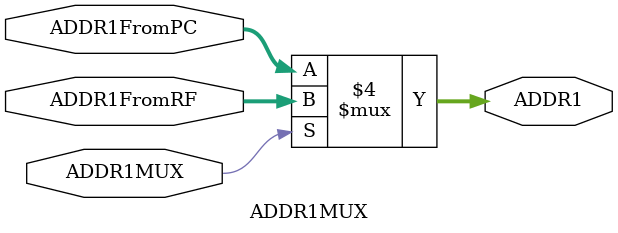
<source format=v>
`timescale 1ns / 1ps


module ADDR1MUX(
    input ADDR1MUX,
    input [15:0] ADDR1FromPC,
    input [15:0] ADDR1FromRF,
    output reg [15:0] ADDR1
    );

    initial ADDR1 = 0;

    always @(*) begin
        if(ADDR1MUX)
            ADDR1 = ADDR1FromRF;
        else
            ADDR1 = ADDR1FromPC;
    end


endmodule

</source>
